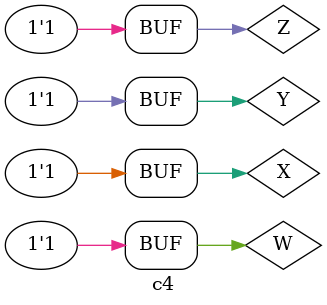
<source format=v>
module PoS (output S, input X , Y, W, Z); // MAXTERMOS
// M 5 6 7
assign S = (X|Y|W|Z) & (X|Y|W|~Z) & (X|Y|~W|Z) & (X|Y|~W|~Z) & (X|~Y|W|~Z) & (~X|Y|W|Z) & (~X|Y|~W|~Z) & (~X|~Y|W|~Z);
endmodule // PoS

module c4;
reg X, Y, W, Z;
wire S;
// instancias
PoS POS1(S, X, Y, W, Z);
// valores iniciais
initial begin: start
X=1'bx; Y=1'bx; W = 1'bx; Z=1'bx;// indefinidos
end
// parte principal
initial begin: main
// identificacao
$display("Produto da Soma");
// monitoramento
$display(" X  Y  W  Z = PoS( 0, 1, 2, 3, 5, 8, 11, 13 )");
$monitor("%2b %2b %2b %2b =  %2b", X , Y, W, Z, S);
// sinalizacao
#1 X = 0; Y=0; W=0; Z =0;
#1 X = 0; Y=0; W=0; Z =1;
#1 X = 0; Y=0; W=1; Z =0;
#1 X = 0; Y=0; W=1; Z =1;
#1 X = 0; Y=1; W=0; Z =0;
#1 X = 0; Y=1; W=0; Z =1;
#1 X = 0; Y=1; W=1; Z =0;
#1 X = 0; Y=1; W=1; Z =1;
#1 X = 1; Y=0; W=0; Z =0;
#1 X = 1; Y=0; W=0; Z =1;
#1 X = 1; Y=0; W=1; Z =0;
#1 X = 1; Y=0; W=1; Z =1;
#1 X = 1; Y=1; W=0; Z =0;
#1 X = 1; Y=1; W=0; Z =1;
#1 X = 1; Y=1; W=1; Z =0;
#1 X = 1; Y=1; W=1; Z =1;
end
endmodule // test_module
</source>
